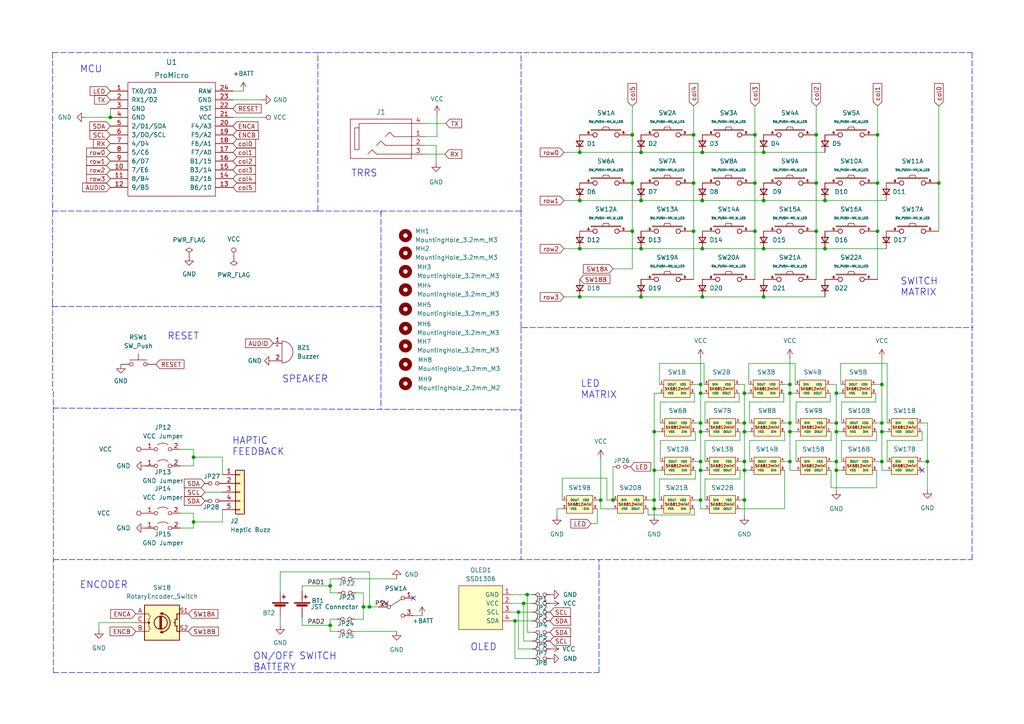
<source format=kicad_sch>
(kicad_sch (version 20211123) (generator eeschema)
  (paper "A4")
  (title_block (title "Klor Split Keyboard") (date "2022-06-21") (rev "1.3") (comment 1 "Schematic based on Sofle") (comment 2 "Author: GEIST"))
  (lib_symbols
    (symbol "Buzzard:ProMicro" (pin_names (offset 1.016))
      (property "Reference" "U" (at 0 19.05 0))
      (property "Value" "ProMicro" (at 0 -19.05 0))
      (symbol "ProMicro_1_1"
        (pin bidirectional line (at -17.78 13.97 0) (length 5.08) (name "TX0/D3") (number "1"))
        (pin bidirectional line (at -17.78 -8.89 0) (length 5.08) (name "7/E6") (number "10"))
        (pin bidirectional line (at -17.78 -11.43 0) (length 5.08) (name "8/B4") (number "11"))
        (pin bidirectional line (at -17.78 -13.97 0) (length 5.08) (name "9/B5") (number "12"))
        (pin bidirectional line (at 17.78 -13.97 180) (length 5.08) (name "B6/10") (number "13"))
        (pin bidirectional line (at 17.78 -11.43 180) (length 5.08) (name "B2/16") (number "14"))
        (pin bidirectional line (at 17.78 -8.89 180) (length 5.08) (name "B3/14") (number "15"))
        (pin bidirectional line (at 17.78 -6.35 180) (length 5.08) (name "B1/15") (number "16"))
        (pin bidirectional line (at 17.78 -3.81 180) (length 5.08) (name "F7/A0") (number "17"))
        (pin bidirectional line (at 17.78 -1.27 180) (length 5.08) (name "F6/A1") (number "18"))
        (pin bidirectional line (at 17.78 1.27 180) (length 5.08) (name "F5/A2") (number "19"))
        (pin bidirectional line (at -17.78 11.43 0) (length 5.08) (name "RX1/D2") (number "2"))
        (pin bidirectional line (at 17.78 3.81 180) (length 5.08) (name "F4/A3") (number "20"))
        (pin power_in line (at 17.78 6.35 180) (length 5.08) (name "VCC") (number "21"))
        (pin input line (at 17.78 8.89 180) (length 5.08) (name "RST") (number "22"))
        (pin power_in line (at 17.78 11.43 180) (length 5.08) (name "GND") (number "23"))
        (pin power_out line (at 17.78 13.97 180) (length 5.08) (name "RAW") (number "24"))
        (pin power_in line (at -17.78 8.89 0) (length 5.08) (name "GND") (number "3"))
        (pin power_in line (at -17.78 6.35 0) (length 5.08) (name "GND") (number "4"))
        (pin bidirectional line (at -17.78 3.81 0) (length 5.08) (name "2/D1/SDA") (number "5"))
        (pin bidirectional line (at -17.78 1.27 0) (length 5.08) (name "3/D0/SCL") (number "6"))
        (pin bidirectional line (at -17.78 -1.27 0) (length 5.08) (name "4/D4") (number "7"))
        (pin bidirectional line (at -17.78 -3.81 0) (length 5.08) (name "5/C6") (number "8"))
        (pin bidirectional line (at -17.78 -6.35 0) (length 5.08) (name "6/D7") (number "9"))
      )
    )
    (symbol "Connector_Generic:Conn_01x05" (pin_names (offset 1.016) hide)
      (property "Reference" "J" (at 0 7.62 0))
      (property "Value" "Conn_01x05" (at 0 -7.62 0))
      (symbol "Conn_01x05_1_1"
        (pin passive line (at -5.08 5.08 0) (length 3.81) (name "Pin_1") (number "1"))
        (pin passive line (at -5.08 2.54 0) (length 3.81) (name "Pin_2") (number "2"))
        (pin passive line (at -5.08 0 0) (length 3.81) (name "Pin_3") (number "3"))
        (pin passive line (at -5.08 -2.54 0) (length 3.81) (name "Pin_4") (number "4"))
        (pin passive line (at -5.08 -5.08 0) (length 3.81) (name "Pin_5") (number "5"))
      )
    )
    (symbol "Device:Battery_Cell" (pin_numbers hide) (pin_names (offset 0) hide)
      (property "Reference" "BT" (at 2.54 2.54 0))
      (property "Value" "Battery_Cell" (at 2.54 0 0))
      (symbol "Battery_Cell_1_1"
        (pin passive line (at 0 5.08 270) (length 2.54) (name "+") (number "1"))
        (pin passive line (at 0 -2.54 90) (length 2.54) (name "-") (number "2"))
      )
    )
    (symbol "Device:Buzzer" (pin_names (offset 0.0254) hide)
      (property "Reference" "BZ" (at 3.81 1.27 0))
      (property "Value" "Buzzer" (at 3.81 -1.27 0))
      (symbol "Buzzer_1_1"
        (pin passive line (at -2.54 2.54 0) (length 2.54) (name "-") (number "1"))
        (pin passive line (at -2.54 -2.54 0) (length 2.54) (name "+") (number "2"))
      )
    )
    (symbol "Device:D_Small" (pin_numbers hide) (pin_names (offset 0.254) hide)
      (property "Reference" "D" (at -1.27 2.032 0))
      (property "Value" "D_Small" (at -3.81 -2.032 0))
      (symbol "D_Small_1_1"
        (pin passive line (at -2.54 0 0) (length 1.778) (name "K") (number "1"))
        (pin passive line (at 2.54 0 180) (length 1.778) (name "A") (number "2"))
      )
    )
    (symbol "Device:RotaryEncoder_Switch" (pin_names (offset 0.254) hide)
      (property "Reference" "SW" (at 0 6.604 0))
      (property "Value" "RotaryEncoder_Switch" (at 0 -6.604 0))
      (symbol "RotaryEncoder_Switch_1_1"
        (pin passive line (at -7.62 2.54 0) (length 2.54) (name "A") (number "A"))
        (pin passive line (at -7.62 -2.54 0) (length 2.54) (name "B") (number "B"))
        (pin passive line (at -7.62 0 0) (length 2.54) (name "C") (number "C"))
        (pin passive line (at 7.62 2.54 180) (length 2.54) (name "S1") (number "S1"))
        (pin passive line (at 7.62 -2.54 180) (length 2.54) (name "S2") (number "S2"))
      )
    )
    (symbol "Jumper:Jumper_2_Open" (pin_names (offset 0) hide)
      (property "Reference" "JP" (at 0 2.794 0))
      (property "Value" "Jumper_2_Open" (at 0 -2.286 0))
      (symbol "Jumper_2_Open_1_1"
        (pin passive line (at -5.08 0 0) (length 2.54) (name "A") (number "1"))
        (pin passive line (at 5.08 0 180) (length 2.54) (name "B") (number "2"))
      )
    )
    (symbol "KLORlib:Device_Jumper_NO_Small" (pin_numbers hide) (pin_names (offset 0.762) hide)
      (property "Reference" "JP" (at 0 2.032 0))
      (property "Value" "Device_Jumper_NO_Small" (at 0.254 -1.524 0))
      (symbol "Device_Jumper_NO_Small_0_1"
        (pin passive line (at -2.54 0 0) (length 1.016) (name "1") (number "1"))
        (pin passive line (at 2.54 0 180) (length 1.016) (name "2") (number "2"))
      )
    )
    (symbol "KLORlib:MJ-4PP-9 TRRS" (pin_names (offset 1.016))
      (property "Reference" "J1" (at -1.27 7.112 0))
      (symbol "MJ-4PP-9 TRRS_1_1"
        (pin passive line (at 11.43 0 180) (length 3.81) (name "~") (number "1"))
        (pin passive line (at 11.43 -2.54 180) (length 3.81) (name "~") (number "2"))
        (pin passive line (at 11.43 -5.08 180) (length 3.81) (name "~") (number "3"))
        (pin passive line (at 11.43 3.81 180) (length 3.81) (name "~") (number "4"))
      )
    )
    (symbol "KLORlib:SW_PUSH-MX_W_LED" (pin_names (offset 1.016))
      (property "Reference" "SW?" (at 0 3.81 0))
      (property "Value" "SW_PUSH-MX_W_LED" (at 1.27 -3.81 0))
      (symbol "SW_PUSH-MX_W_LED_1_1"
        (pin passive inverted (at 7.62 0 180) (length 5.08) (name "~") (number "5"))
        (pin passive inverted (at -7.62 0 0) (length 5.08) (name "~") (number "6"))
      )
      (symbol "SW_PUSH-MX_W_LED_2_0"
        (text "SK6812mini" (at 0 0 0) (effects (font (size 0.7874 0.7874))))
      )
      (symbol "SW_PUSH-MX_W_LED_2_1"
        (pin output line (at -5.08 1.27 0) (length 1.27) (name "DOUT") (number "1"))
        (pin power_in line (at -5.08 -1.27 0) (length 1.27) (name "VSS") (number "2"))
        (pin input line (at 5.08 -1.27 180) (length 1.27) (name "DIN") (number "3"))
        (pin power_in line (at 5.08 1.27 180) (length 1.27) (name "VDD") (number "4"))
      )
    )
    (symbol "Mechanical:MountingHole" (pin_names (offset 1.016))
      (property "Reference" "H" (at 0 5.08 0))
      (property "Value" "MountingHole" (at 0 3.175 0))
    )
    (symbol "SSD1306-128x64_OLED:SSD1306" (pin_names (offset 1.016))
      (property "Reference" "Brd" (at 0 -3.81 0))
      (property "Value" "SSD1306" (at 0 -1.27 0))
      (symbol "SSD1306_1_1"
        (pin input line (at -3.81 8.89 270) (length 2.54) (name "GND") (number "1"))
        (pin input line (at -1.27 8.89 270) (length 2.54) (name "VCC") (number "2"))
        (pin input line (at 1.27 8.89 270) (length 2.54) (name "SCL") (number "3"))
        (pin input line (at 3.81 8.89 270) (length 2.54) (name "SDA") (number "4"))
      )
    )
    (symbol "SofleKeyboard-cache:power_VCC" (power) (pin_names (offset 0))
      (property "Value" "power_VCC" (at 0 3.81 0))
      (symbol "power_VCC_1_1"
        (pin power_in line (at 0 0 90) (length 0) hide (name "VCC") (number "1"))
      )
    )
    (symbol "Switch:SW_DPDT_x2" (pin_names (offset 0) hide)
      (property "Reference" "SW" (at 0 4.318 0))
      (property "Value" "SW_DPDT_x2" (at 0 -5.08 0))
      (symbol "SW_DPDT_x2_1_1"
        (pin passive line (at 5.08 2.54 180) (length 2.54) (name "A") (number "1"))
        (pin passive line (at -5.08 0 0) (length 2.54) (name "B") (number "2"))
        (pin passive line (at 5.08 -2.54 180) (length 2.54) (name "C") (number "3"))
      )
      (symbol "SW_DPDT_x2_2_1"
        (pin passive line (at 5.08 2.54 180) (length 2.54) (name "A") (number "4"))
        (pin passive line (at -5.08 0 0) (length 2.54) (name "B") (number "5"))
        (pin passive line (at 5.08 -2.54 180) (length 2.54) (name "C") (number "6"))
      )
    )
    (symbol "Switch:SW_Push" (pin_numbers hide) (pin_names (offset 1.016) hide)
      (property "Reference" "SW" (at 1.27 2.54 0))
      (property "Value" "SW_Push" (at 0 -1.524 0))
      (symbol "SW_Push_0_1"
        (pin passive line (at -5.08 0 0) (length 2.54) (name "1") (number "1"))
        (pin passive line (at 5.08 0 180) (length 2.54) (name "2") (number "2"))
      )
    )
    (symbol "power:+BATT" (power) (pin_names (offset 0))
      (property "Value" "+BATT" (at 0 3.556 0))
      (symbol "+BATT_1_1"
        (pin power_in line (at 0 0 90) (length 0) hide (name "+BATT") (number "1"))
      )
    )
    (symbol "power:GND" (power) (pin_names (offset 0))
      (property "Value" "GND" (at 0 -3.81 0))
      (symbol "GND_1_1"
        (pin power_in line (at 0 0 270) (length 0) hide (name "GND") (number "1"))
      )
    )
    (symbol "power:PWR_FLAG" (power) (pin_numbers hide) (pin_names (offset 0) hide)
      (property "Value" "PWR_FLAG" (at 0 3.81 0))
      (symbol "PWR_FLAG_0_0"
        (pin power_out line (at 0 0 90) (length 0) (name "pwr") (number "1"))
      )
    )
    (symbol "power:VCC" (power) (pin_names (offset 0))
      (property "Value" "VCC" (at 0 3.81 0))
      (symbol "VCC_1_1"
        (pin power_in line (at 0 0 90) (length 0) hide (name "VCC") (number "1"))
      )
    )
  )
  (junction (at 185.928 86.106))
  (junction (at 174.244 145.034))
  (junction (at 189.738 147.574))
  (junction (at 203.2 125.222))
  (junction (at 152.908 172.466))
  (junction (at 272.288 53.086))
  (junction (at 56.134 132.588))
  (junction (at 221.488 86.106))
  (junction (at 32.004 34.036))
  (junction (at 215.9 122.682))
  (junction (at 189.738 145.034))
  (junction (at 203.2 122.682))
  (junction (at 255.778 133.858))
  (junction (at 203.708 44.196))
  (junction (at 95.758 181.356))
  (junction (at 218.948 67.056))
  (junction (at 185.928 72.136))
  (junction (at 183.388 67.056))
  (junction (at 201.168 67.056))
  (junction (at 203.708 86.106))
  (junction (at 203.2 133.858))
  (junction (at 56.134 151.384))
  (junction (at 201.168 39.116))
  (junction (at 239.268 72.136))
  (junction (at 168.148 86.106))
  (junction (at 203.2 111.506))
  (junction (at 215.9 125.222))
  (junction (at 185.928 58.166))
  (junction (at 215.9 136.398))
  (junction (at 229.108 114.046))
  (junction (at 255.778 111.506))
  (junction (at 203.708 72.136))
  (junction (at 221.488 58.166))
  (junction (at 183.388 39.116))
  (junction (at 254.508 53.086))
  (junction (at 107.188 176.022))
  (junction (at 95.758 169.926))
  (junction (at 168.148 72.136))
  (junction (at 268.986 133.858))
  (junction (at 185.928 44.196))
  (junction (at 201.168 53.086))
  (junction (at 229.108 133.858))
  (junction (at 242.57 114.046))
  (junction (at 203.708 58.166))
  (junction (at 236.728 53.086))
  (junction (at 177.8 145.034))
  (junction (at 151.892 175.006))
  (junction (at 242.57 136.398))
  (junction (at 254.508 67.056))
  (junction (at 255.778 125.222))
  (junction (at 189.738 136.398))
  (junction (at 149.352 180.086))
  (junction (at 221.488 44.196))
  (junction (at 168.148 44.196))
  (junction (at 189.738 125.222))
  (junction (at 254.508 39.116))
  (junction (at 183.388 53.086))
  (junction (at 168.148 58.166))
  (junction (at 218.948 39.116))
  (junction (at 203.2 114.046))
  (junction (at 236.728 67.056))
  (junction (at 229.108 111.506))
  (junction (at 150.368 177.546))
  (junction (at 221.488 72.136))
  (junction (at 203.2 145.034))
  (junction (at 239.268 58.166))
  (junction (at 105.41 176.022))
  (junction (at 242.57 133.858))
  (junction (at 215.9 133.858))
  (junction (at 229.108 125.222))
  (junction (at 215.9 114.046))
  (junction (at 242.57 122.682))
  (junction (at 242.57 125.222))
  (junction (at 215.9 145.034))
  (junction (at 229.108 122.682))
  (junction (at 255.778 122.682))
  (junction (at 236.728 39.116))
  (junction (at 218.948 53.086))
  (junction (at 203.2 136.398))
  (no_connect (at 119.888 173.482))
  (no_connect (at 267.462 136.398))
  (wire (pts (xy 241.046 133.858) (xy 242.57 133.858)))
  (polyline (pts (xy 151.13 61.214) (xy 151.13 94.996)))
  (wire (pts (xy 255.778 125.222) (xy 257.302 125.222)))
  (wire (pts (xy 105.41 176.022) (xy 105.41 179.578)))
  (wire (pts (xy 229.108 122.682) (xy 229.108 114.046)))
  (wire (pts (xy 214.376 114.046) (xy 214.376 116.586)))
  (wire (pts (xy 201.168 67.056) (xy 201.168 81.026)))
  (wire (pts (xy 215.9 125.222) (xy 217.424 125.222)))
  (wire (pts (xy 176.022 145.034) (xy 177.8 145.034)))
  (wire (pts (xy 151.892 185.928) (xy 154.432 185.928)))
  (wire (pts (xy 203.2 122.682) (xy 203.2 114.046)))
  (wire (pts (xy 214.63 122.682) (xy 215.9 122.682)))
  (wire (pts (xy 39.37 180.594) (xy 28.702 180.594)))
  (wire (pts (xy 185.928 86.106) (xy 203.708 86.106)))
  (polyline (pts (xy 92.202 61.214) (xy 151.13 61.214)))
  (wire (pts (xy 189.738 114.046) (xy 189.738 125.222)))
  (wire (pts (xy 183.388 77.978) (xy 183.388 67.056)))
  (wire (pts (xy 242.57 114.046) (xy 242.57 122.682)))
  (wire (pts (xy 176.022 138.684) (xy 176.022 145.034)))
  (wire (pts (xy 203.2 147.574) (xy 204.47 147.574)))
  (wire (pts (xy 56.134 130.302) (xy 52.324 130.302)))
  (wire (pts (xy 255.778 111.506) (xy 254 111.506)))
  (wire (pts (xy 242.57 133.858) (xy 242.57 136.398)))
  (wire (pts (xy 161.544 147.574) (xy 163.068 147.574)))
  (wire (pts (xy 189.738 136.398) (xy 189.738 145.034)))
  (wire (pts (xy 191.262 145.034) (xy 191.262 138.938)))
  (wire (pts (xy 203.2 103.886) (xy 203.2 111.506)))
  (wire (pts (xy 163.576 72.136) (xy 168.148 72.136)))
  (wire (pts (xy 242.57 111.506) (xy 242.57 114.046)))
  (wire (pts (xy 203.708 72.136) (xy 221.488 72.136)))
  (wire (pts (xy 217.424 122.682) (xy 217.424 116.586)))
  (wire (pts (xy 163.576 86.106) (xy 168.148 86.106)))
  (wire (pts (xy 67.564 28.956) (xy 75.946 28.956)))
  (wire (pts (xy 214.63 125.222) (xy 214.63 127.762)))
  (wire (pts (xy 187.96 149.352) (xy 201.422 149.352)))
  (wire (pts (xy 64.516 147.828) (xy 64.516 151.384)))
  (wire (pts (xy 214.63 133.858) (xy 215.9 133.858)))
  (wire (pts (xy 185.928 58.166) (xy 203.708 58.166)))
  (wire (pts (xy 254.508 30.734) (xy 254.508 39.116)))
  (polyline (pts (xy 92.456 15.24) (xy 193.548 15.24)))
  (wire (pts (xy 203.2 125.222) (xy 203.2 122.682)))
  (wire (pts (xy 201.422 149.352) (xy 201.422 147.574)))
  (wire (pts (xy 177.8 77.978) (xy 183.388 77.978)))
  (wire (pts (xy 189.738 125.222) (xy 191.516 125.222)))
  (polyline (pts (xy 15.24 15.24) (xy 92.202 15.24)))
  (polyline (pts (xy 193.548 15.24) (xy 281.94 15.24)))
  (polyline (pts (xy 173.736 195.072) (xy 173.736 162.306)))
  (wire (pts (xy 267.462 122.682) (xy 268.986 122.682)))
  (wire (pts (xy 171.45 151.892) (xy 173.228 151.892)))
  (wire (pts (xy 217.424 127.762) (xy 227.584 127.762)))
  (wire (pts (xy 149.352 191.008) (xy 154.432 191.008)))
  (wire (pts (xy 229.108 103.886) (xy 229.108 111.506)))
  (wire (pts (xy 227.584 127.762) (xy 227.584 125.222)))
  (wire (pts (xy 168.148 58.166) (xy 185.928 58.166)))
  (wire (pts (xy 255.778 122.682) (xy 255.778 125.222)))
  (wire (pts (xy 203.708 58.166) (xy 221.488 58.166)))
  (wire (pts (xy 214.63 138.938) (xy 204.47 138.938)))
  (wire (pts (xy 126.746 33.274) (xy 126.746 39.624)))
  (polyline (pts (xy 15.24 15.24) (xy 15.24 61.214)))
  (wire (pts (xy 191.262 138.938) (xy 201.676 138.938)))
  (wire (pts (xy 161.544 149.606) (xy 161.544 147.574)))
  (wire (pts (xy 239.268 58.166) (xy 257.048 58.166)))
  (wire (pts (xy 255.778 103.886) (xy 255.778 111.506)))
  (wire (pts (xy 257.302 127.762) (xy 257.302 133.858)))
  (wire (pts (xy 103.124 171.958) (xy 105.41 171.958)))
  (wire (pts (xy 254.254 136.398) (xy 254.254 141.478)))
  (wire (pts (xy 268.986 133.858) (xy 268.986 141.986)))
  (wire (pts (xy 56.134 153.162) (xy 56.134 151.384)))
  (wire (pts (xy 189.738 125.222) (xy 189.738 136.398)))
  (wire (pts (xy 191.516 116.586) (xy 201.422 116.586)))
  (wire (pts (xy 123.19 44.704) (xy 129.032 44.704)))
  (wire (pts (xy 229.108 114.046) (xy 230.632 114.046)))
  (polyline (pts (xy 15.24 88.9) (xy 110.49 88.9)))
  (wire (pts (xy 230.886 127.762) (xy 230.886 133.858)))
  (wire (pts (xy 56.134 135.128) (xy 56.134 132.588)))
  (wire (pts (xy 148.336 177.546) (xy 150.368 177.546)))
  (wire (pts (xy 272.288 53.086) (xy 272.288 67.056)))
  (wire (pts (xy 163.068 138.684) (xy 176.022 138.684)))
  (wire (pts (xy 203.708 86.106) (xy 221.488 86.106)))
  (wire (pts (xy 268.986 122.682) (xy 268.986 133.858)))
  (wire (pts (xy 168.148 72.136) (xy 185.928 72.136)))
  (wire (pts (xy 203.2 114.046) (xy 204.216 114.046)))
  (wire (pts (xy 95.758 171.958) (xy 98.044 171.958)))
  (wire (pts (xy 255.778 125.222) (xy 255.778 133.858)))
  (wire (pts (xy 204.216 105.41) (xy 204.216 111.506)))
  (wire (pts (xy 230.886 116.586) (xy 230.886 122.682)))
  (wire (pts (xy 267.462 127.762) (xy 257.302 127.762)))
  (wire (pts (xy 105.41 176.022) (xy 107.188 176.022)))
  (wire (pts (xy 229.108 133.858) (xy 229.108 125.222)))
  (wire (pts (xy 187.96 145.034) (xy 189.738 145.034)))
  (wire (pts (xy 149.352 180.086) (xy 149.352 191.008)))
  (wire (pts (xy 81.28 171.45) (xy 81.28 165.862)))
  (wire (pts (xy 221.488 58.166) (xy 239.268 58.166)))
  (wire (pts (xy 203.2 125.222) (xy 204.47 125.222)))
  (wire (pts (xy 236.728 30.734) (xy 236.728 39.116)))
  (wire (pts (xy 201.422 145.034) (xy 203.2 145.034)))
  (wire (pts (xy 173.228 151.892) (xy 173.228 147.574)))
  (wire (pts (xy 148.336 180.086) (xy 149.352 180.086)))
  (wire (pts (xy 243.84 105.41) (xy 257.302 105.41)))
  (wire (pts (xy 150.368 177.546) (xy 150.368 188.214)))
  (wire (pts (xy 189.738 149.606) (xy 189.738 147.574)))
  (wire (pts (xy 189.738 136.398) (xy 191.516 136.398)))
  (wire (pts (xy 126.492 42.164) (xy 123.19 42.164)))
  (wire (pts (xy 52.324 148.844) (xy 56.134 148.844)))
  (polyline (pts (xy 15.494 195.072) (xy 92.202 195.072)))
  (wire (pts (xy 217.17 111.506) (xy 217.17 105.41)))
  (wire (pts (xy 56.134 151.384) (xy 64.516 151.384)))
  (wire (pts (xy 243.84 111.506) (xy 243.84 105.41)))
  (polyline (pts (xy 151.384 94.996) (xy 282.194 94.996)))
  (wire (pts (xy 191.262 105.41) (xy 204.216 105.41)))
  (wire (pts (xy 183.388 53.086) (xy 183.388 67.056)))
  (wire (pts (xy 241.046 125.222) (xy 241.046 127.762)))
  (polyline (pts (xy 15.494 162.56) (xy 15.494 162.814)))
  (polyline (pts (xy 15.24 87.63) (xy 15.24 113.284)))
  (wire (pts (xy 203.2 133.858) (xy 203.2 136.398)))
  (wire (pts (xy 173.228 145.034) (xy 174.244 145.034)))
  (wire (pts (xy 191.516 127.762) (xy 201.676 127.762)))
  (wire (pts (xy 203.708 44.196) (xy 221.488 44.196)))
  (wire (pts (xy 257.302 105.41) (xy 257.302 122.682)))
  (wire (pts (xy 215.9 136.398) (xy 217.424 136.398)))
  (wire (pts (xy 215.9 114.046) (xy 215.9 122.682)))
  (wire (pts (xy 64.516 137.668) (xy 64.516 132.588)))
  (wire (pts (xy 217.17 105.41) (xy 230.632 105.41)))
  (wire (pts (xy 189.738 147.574) (xy 191.262 147.574)))
  (wire (pts (xy 227.584 122.682) (xy 229.108 122.682)))
  (wire (pts (xy 214.376 116.586) (xy 204.47 116.586)))
  (wire (pts (xy 254.254 127.762) (xy 254.254 125.222)))
  (wire (pts (xy 215.9 133.858) (xy 215.9 136.398)))
  (wire (pts (xy 241.046 141.478) (xy 254.254 141.478)))
  (wire (pts (xy 255.778 136.398) (xy 257.302 136.398)))
  (wire (pts (xy 236.728 67.056) (xy 236.728 81.026)))
  (wire (pts (xy 254 116.586) (xy 254 114.046)))
  (wire (pts (xy 242.57 122.682) (xy 242.57 125.222)))
  (wire (pts (xy 215.9 125.222) (xy 215.9 133.858)))
  (wire (pts (xy 24.892 34.036) (xy 32.004 34.036)))
  (wire (pts (xy 97.79 183.134) (xy 95.758 183.134)))
  (wire (pts (xy 150.368 188.214) (xy 154.432 188.214)))
  (wire (pts (xy 268.986 133.858) (xy 267.462 133.858)))
  (wire (pts (xy 203.2 114.046) (xy 203.2 111.506)))
  (wire (pts (xy 240.792 116.586) (xy 230.886 116.586)))
  (polyline (pts (xy 15.494 162.306) (xy 281.94 162.306)))
  (wire (pts (xy 174.244 133.096) (xy 174.244 145.034)))
  (wire (pts (xy 215.9 136.398) (xy 215.9 145.034)))
  (wire (pts (xy 229.108 125.222) (xy 229.108 122.682)))
  (wire (pts (xy 191.516 133.858) (xy 191.516 127.762)))
  (wire (pts (xy 123.19 35.814) (xy 129.286 35.814)))
  (wire (pts (xy 187.96 147.574) (xy 187.96 149.352)))
  (wire (pts (xy 163.576 58.166) (xy 168.148 58.166)))
  (wire (pts (xy 215.9 111.506) (xy 215.9 114.046)))
  (wire (pts (xy 244.094 127.762) (xy 254.254 127.762)))
  (wire (pts (xy 95.758 183.134) (xy 95.758 181.356)))
  (wire (pts (xy 151.892 175.006) (xy 151.892 185.928)))
  (wire (pts (xy 254.508 53.086) (xy 254.508 67.056)))
  (polyline (pts (xy 110.49 61.214) (xy 110.49 61.976)))
  (wire (pts (xy 64.516 132.588) (xy 56.134 132.588)))
  (wire (pts (xy 221.488 44.196) (xy 239.268 44.196)))
  (polyline (pts (xy 281.94 77.978) (xy 281.94 78.232)))
  (wire (pts (xy 203.2 136.398) (xy 203.2 145.034)))
  (wire (pts (xy 95.758 167.894) (xy 95.758 169.926)))
  (wire (pts (xy 218.948 30.734) (xy 218.948 39.116)))
  (wire (pts (xy 185.928 72.136) (xy 203.708 72.136)))
  (wire (pts (xy 126.492 47.244) (xy 126.492 42.164)))
  (wire (pts (xy 148.336 172.466) (xy 152.908 172.466)))
  (wire (pts (xy 214.63 136.398) (xy 214.63 138.938)))
  (wire (pts (xy 56.134 132.588) (xy 56.134 130.302)))
  (wire (pts (xy 203.2 133.858) (xy 203.2 125.222)))
  (wire (pts (xy 229.108 111.506) (xy 227.33 111.506)))
  (wire (pts (xy 123.19 39.624) (xy 126.746 39.624)))
  (wire (pts (xy 105.41 171.958) (xy 105.41 176.022)))
  (wire (pts (xy 149.352 180.086) (xy 154.432 180.086)))
  (wire (pts (xy 221.488 86.106) (xy 239.268 86.106)))
  (wire (pts (xy 201.422 116.586) (xy 201.422 114.046)))
  (wire (pts (xy 254.254 122.682) (xy 255.778 122.682)))
  (wire (pts (xy 52.324 153.162) (xy 56.134 153.162)))
  (wire (pts (xy 229.108 133.858) (xy 229.108 136.398)))
  (wire (pts (xy 87.63 181.356) (xy 95.758 181.356)))
  (wire (pts (xy 255.778 111.506) (xy 255.778 122.682)))
  (wire (pts (xy 102.87 179.578) (xy 105.41 179.578)))
  (wire (pts (xy 218.948 67.056) (xy 218.948 81.026)))
  (wire (pts (xy 201.168 53.086) (xy 201.168 67.056)))
  (wire (pts (xy 203.2 136.398) (xy 204.47 136.398)))
  (wire (pts (xy 168.148 86.106) (xy 185.928 86.106)))
  (wire (pts (xy 242.57 125.222) (xy 244.094 125.222)))
  (wire (pts (xy 201.168 30.734) (xy 201.168 39.116)))
  (wire (pts (xy 152.908 183.388) (xy 152.908 172.466)))
  (wire (pts (xy 267.462 125.222) (xy 267.462 127.762)))
  (wire (pts (xy 183.388 39.116) (xy 183.388 53.086)))
  (polyline (pts (xy 281.94 162.306) (xy 281.94 79.756)))
  (wire (pts (xy 227.33 116.586) (xy 227.33 114.046)))
  (wire (pts (xy 174.244 145.034) (xy 174.244 147.574)))
  (wire (pts (xy 98.044 167.894) (xy 95.758 167.894)))
  (wire (pts (xy 242.57 136.398) (xy 244.094 136.398)))
  (wire (pts (xy 218.948 39.116) (xy 218.948 53.086)))
  (polyline (pts (xy 110.49 61.214) (xy 110.49 118.618)))
  (wire (pts (xy 244.094 122.682) (xy 244.094 116.586)))
  (wire (pts (xy 254.508 39.116) (xy 254.508 53.086)))
  (wire (pts (xy 174.244 147.574) (xy 177.8 147.574)))
  (wire (pts (xy 150.368 177.546) (xy 154.432 177.546)))
  (wire (pts (xy 201.676 127.762) (xy 201.676 125.222)))
  (wire (pts (xy 230.632 105.41) (xy 230.632 111.506)))
  (wire (pts (xy 244.094 116.586) (xy 254 116.586)))
  (wire (pts (xy 229.108 136.398) (xy 230.886 136.398)))
  (wire (pts (xy 119.888 178.562) (xy 122.428 178.562)))
  (wire (pts (xy 95.758 179.578) (xy 97.79 179.578)))
  (wire (pts (xy 204.47 127.762) (xy 204.47 133.858)))
  (wire (pts (xy 201.168 39.116) (xy 201.168 53.086)))
  (wire (pts (xy 221.488 72.136) (xy 239.268 72.136)))
  (wire (pts (xy 241.046 122.682) (xy 242.57 122.682)))
  (wire (pts (xy 214.63 145.034) (xy 215.9 145.034)))
  (wire (pts (xy 229.108 114.046) (xy 229.108 111.506)))
  (wire (pts (xy 203.2 145.034) (xy 203.2 147.574)))
  (wire (pts (xy 185.928 44.196) (xy 203.708 44.196)))
  (wire (pts (xy 236.728 39.116) (xy 236.728 53.086)))
  (wire (pts (xy 215.9 145.034) (xy 215.9 149.606)))
  (wire (pts (xy 215.9 122.682) (xy 215.9 125.222)))
  (wire (pts (xy 102.87 183.134) (xy 115.062 183.134)))
  (wire (pts (xy 191.262 111.506) (xy 191.262 105.41)))
  (wire (pts (xy 255.778 136.398) (xy 255.778 133.858)))
  (wire (pts (xy 95.758 169.926) (xy 95.758 171.958)))
  (wire (pts (xy 236.728 53.086) (xy 236.728 67.056)))
  (wire (pts (xy 148.336 175.006) (xy 151.892 175.006)))
  (wire (pts (xy 218.948 53.086) (xy 218.948 67.056)))
  (wire (pts (xy 177.8 135.382) (xy 177.8 145.034)))
  (wire (pts (xy 227.584 147.574) (xy 227.584 136.398)))
  (wire (pts (xy 217.424 133.858) (xy 217.424 127.762)))
  (wire (pts (xy 215.9 114.046) (xy 217.17 114.046)))
  (wire (pts (xy 241.046 127.762) (xy 230.886 127.762)))
  (wire (pts (xy 214.376 111.506) (xy 215.9 111.506)))
  (wire (pts (xy 189.738 145.034) (xy 189.738 147.574)))
  (wire (pts (xy 214.63 147.574) (xy 227.584 147.574)))
  (wire (pts (xy 56.134 148.844) (xy 56.134 151.384)))
  (wire (pts (xy 239.268 72.136) (xy 257.048 72.136)))
  (polyline (pts (xy 151.13 61.214) (xy 151.13 15.24)))
  (wire (pts (xy 201.676 138.938) (xy 201.676 136.398)))
  (wire (pts (xy 59.436 142.748) (xy 64.516 142.748)))
  (wire (pts (xy 168.148 44.196) (xy 185.928 44.196)))
  (wire (pts (xy 229.108 125.222) (xy 230.886 125.222)))
  (wire (pts (xy 151.892 175.006) (xy 154.432 175.006)))
  (polyline (pts (xy 151.13 94.996) (xy 151.13 162.306)))
  (wire (pts (xy 254.508 67.056) (xy 254.508 81.026)))
  (polyline (pts (xy 15.494 118.364) (xy 151.13 118.872)))
  (polyline (pts (xy 15.494 113.538) (xy 15.494 195.072)))
  (wire (pts (xy 87.63 169.926) (xy 95.758 169.926)))
  (wire (pts (xy 242.57 136.398) (xy 242.57 142.24)))
  (wire (pts (xy 107.188 176.022) (xy 109.728 176.022)))
  (wire (pts (xy 254.254 133.858) (xy 255.778 133.858)))
  (wire (pts (xy 227.584 133.858) (xy 229.108 133.858)))
  (wire (pts (xy 163.576 44.196) (xy 168.148 44.196)))
  (polyline (pts (xy 281.94 15.24) (xy 281.94 79.756)))
  (wire (pts (xy 52.324 135.128) (xy 56.134 135.128)))
  (wire (pts (xy 103.124 167.894) (xy 115.062 167.894)))
  (wire (pts (xy 152.908 183.388) (xy 154.432 183.388)))
  (wire (pts (xy 87.63 171.45) (xy 87.63 169.926)))
  (wire (pts (xy 214.63 127.762) (xy 204.47 127.762)))
  (wire (pts (xy 28.702 180.594) (xy 28.702 182.626)))
  (wire (pts (xy 87.63 179.07) (xy 87.63 181.356)))
  (wire (pts (xy 81.28 179.07) (xy 81.28 181.356)))
  (wire (pts (xy 240.792 111.506) (xy 242.57 111.506)))
  (wire (pts (xy 217.424 116.586) (xy 227.33 116.586)))
  (wire (pts (xy 272.288 30.734) (xy 272.288 53.086)))
  (wire (pts (xy 242.57 114.046) (xy 243.84 114.046)))
  (wire (pts (xy 163.068 145.034) (xy 163.068 138.684)))
  (wire (pts (xy 67.564 34.036) (xy 75.946 34.036)))
  (wire (pts (xy 183.388 30.734) (xy 183.388 39.116)))
  (wire (pts (xy 204.47 138.938) (xy 204.47 145.034)))
  (wire (pts (xy 241.046 136.398) (xy 241.046 141.478)))
  (wire (pts (xy 191.516 122.682) (xy 191.516 116.586)))
  (wire (pts (xy 107.188 165.862) (xy 107.188 176.022)))
  (wire (pts (xy 95.758 181.356) (xy 95.758 179.578)))
  (wire (pts (xy 81.28 165.862) (xy 107.188 165.862)))
  (wire (pts (xy 240.792 114.046) (xy 240.792 116.586)))
  (wire (pts (xy 191.262 114.046) (xy 189.738 114.046)))
  (wire (pts (xy 203.2 111.506) (xy 201.422 111.506)))
  (wire (pts (xy 32.004 31.496) (xy 32.004 34.036)))
  (polyline (pts (xy 15.24 61.214) (xy 92.202 61.214)))
  (wire (pts (xy 201.676 122.682) (xy 203.2 122.682)))
  (wire (pts (xy 242.57 125.222) (xy 242.57 133.858)))
  (wire (pts (xy 204.47 116.586) (xy 204.47 122.682)))
  (wire (pts (xy 244.094 133.858) (xy 244.094 127.762)))
  (wire (pts (xy 201.676 133.858) (xy 203.2 133.858)))
  (wire (pts (xy 67.564 26.416) (xy 70.612 26.416)))
  (wire (pts (xy 152.908 172.466) (xy 154.432 172.466)))
  (polyline (pts (xy 92.202 61.214) (xy 92.202 15.24)))
  (polyline (pts (xy 92.202 195.072) (xy 173.736 195.072)))
  (polyline (pts (xy 15.24 61.214) (xy 15.24 87.63)))
  (text "SWITCH\nMATRIX" (at 261.112 86.106 0) (effects (font (size 2 2)) (justify left bottom)))
  (text "MCU" (at 23.114 21.336 0) (effects (font (size 2 2)) (justify left bottom)))
  (text "ON/OFF SWITCH\nBATTERY" (at 73.406 194.818 0) (effects (font (size 2 2)) (justify left bottom)))
  (text "HAPTIC\nFEEDBACK" (at 67.31 132.334 0) (effects (font (size 2 2)) (justify left bottom)))
  (text "ENCODER" (at 23.114 170.942 0) (effects (font (size 2 2)) (justify left bottom)))
  (text "OLED" (at 136.398 188.976 0) (effects (font (size 2 2)) (justify left bottom)))
  (text "LED\nMATRIX" (at 168.402 115.824 0) (effects (font (size 2 2)) (justify left bottom)))
  (text "TRRS" (at 101.854 51.562 0) (effects (font (size 2 2)) (justify left bottom)))
  (text "RESET" (at 48.514 98.806 0) (effects (font (size 2 2)) (justify left bottom)))
  (text "SPEAKER" (at 81.788 111.252 0) (effects (font (size 2 2)) (justify left bottom)))
  (label "PAD2" (at 89.154 181.356 0))
  (label "PSW" (at 108.712 176.022 0))
  (label "PAD1" (at 89.154 169.926 0))
  (global_label "TX" (shape input) (at 129.286 35.814 0) (property "Intersheet References" "${INTERSHEET_REFS}" (effects hide)))
  (global_label "RX" (shape input) (at 129.032 44.704 0) (property "Intersheet References" "${INTERSHEET_REFS}" (effects hide)))
  (global_label "SDA" (shape input) (at 32.004 36.576 180) (property "Intersheet References" "${INTERSHEET_REFS}" (effects hide)))
  (global_label "col0" (shape input) (at 272.288 30.734 90) (property "Intersheet References" "${INTERSHEET_REFS}" (effects hide)))
  (global_label "row2" (shape input) (at 163.576 72.136 180) (property "Intersheet References" "${INTERSHEET_REFS}" (effects hide)))
  (global_label "TX" (shape input) (at 32.004 28.956 180) (property "Intersheet References" "${INTERSHEET_REFS}" (effects hide)))
  (global_label "row3" (shape input) (at 163.576 86.106 180) (property "Intersheet References" "${INTERSHEET_REFS}" (effects hide)))
  (global_label "SW18B" (shape input) (at 168.148 81.026 0) (property "Intersheet References" "${INTERSHEET_REFS}" (effects hide)))
  (global_label "LED" (shape input) (at 182.88 135.382 0) (property "Intersheet References" "${INTERSHEET_REFS}" (effects hide)))
  (global_label "col5" (shape input) (at 67.564 54.356 0) (property "Intersheet References" "${INTERSHEET_REFS}" (effects hide)))
  (global_label "SDA" (shape input) (at 159.512 180.086 0) (property "Intersheet References" "${INTERSHEET_REFS}" (effects hide)))
  (global_label "ENCA" (shape input) (at 39.37 178.054 180) (property "Intersheet References" "${INTERSHEET_REFS}" (effects hide)))
  (global_label "col4" (shape input) (at 67.564 51.816 0) (property "Intersheet References" "${INTERSHEET_REFS}" (effects hide)))
  (global_label "col0" (shape input) (at 67.564 41.656 0) (property "Intersheet References" "${INTERSHEET_REFS}" (effects hide)))
  (global_label "SCL" (shape input) (at 32.004 39.116 180) (property "Intersheet References" "${INTERSHEET_REFS}" (effects hide)))
  (global_label "RESET" (shape input) (at 45.212 105.664 0) (property "Intersheet References" "${INTERSHEET_REFS}" (effects hide)))
  (global_label "col1" (shape input) (at 254.508 30.734 90) (property "Intersheet References" "${INTERSHEET_REFS}" (effects hide)))
  (global_label "col2" (shape input) (at 236.728 30.734 90) (property "Intersheet References" "${INTERSHEET_REFS}" (effects hide)))
  (global_label "row3" (shape input) (at 32.004 51.816 180) (property "Intersheet References" "${INTERSHEET_REFS}" (effects hide)))
  (global_label "row2" (shape input) (at 32.004 49.276 180) (property "Intersheet References" "${INTERSHEET_REFS}" (effects hide)))
  (global_label "row0" (shape input) (at 163.576 44.196 180) (property "Intersheet References" "${INTERSHEET_REFS}" (effects hide)))
  (global_label "col4" (shape input) (at 201.168 30.734 90) (property "Intersheet References" "${INTERSHEET_REFS}" (effects hide)))
  (global_label "row0" (shape input) (at 32.004 44.196 180) (property "Intersheet References" "${INTERSHEET_REFS}" (effects hide)))
  (global_label "SCL" (shape input) (at 159.512 177.546 0) (property "Intersheet References" "${INTERSHEET_REFS}" (effects hide)))
  (global_label "SDA" (shape input) (at 59.436 140.208 180) (property "Intersheet References" "${INTERSHEET_REFS}" (effects hide)))
  (global_label "AUDIO" (shape input) (at 32.004 54.356 180) (property "Intersheet References" "${INTERSHEET_REFS}" (effects hide)))
  (global_label "col3" (shape input) (at 218.948 30.734 90) (property "Intersheet References" "${INTERSHEET_REFS}" (effects hide)))
  (global_label "ENCB" (shape input) (at 67.564 39.116 0) (property "Intersheet References" "${INTERSHEET_REFS}" (effects hide)))
  (global_label "SCL" (shape input) (at 159.512 185.928 0) (property "Intersheet References" "${INTERSHEET_REFS}" (effects hide)))
  (global_label "SDA" (shape input) (at 159.512 183.388 0) (property "Intersheet References" "${INTERSHEET_REFS}" (effects hide)))
  (global_label "col5" (shape input) (at 183.388 30.734 90) (property "Intersheet References" "${INTERSHEET_REFS}" (effects hide)))
  (global_label "RESET" (shape input) (at 67.564 31.496 0) (property "Intersheet References" "${INTERSHEET_REFS}" (effects hide)))
  (global_label "LED" (shape input) (at 171.45 151.892 180) (property "Intersheet References" "${INTERSHEET_REFS}" (effects hide)))
  (global_label "SW18A" (shape input) (at 54.61 178.054 0) (property "Intersheet References" "${INTERSHEET_REFS}" (effects hide)))
  (global_label "SDA" (shape input) (at 59.436 145.288 180) (property "Intersheet References" "${INTERSHEET_REFS}" (effects hide)))
  (global_label "row1" (shape input) (at 163.576 58.166 180) (property "Intersheet References" "${INTERSHEET_REFS}" (effects hide)))
  (global_label "ENCB" (shape input) (at 39.37 183.134 180) (property "Intersheet References" "${INTERSHEET_REFS}" (effects hide)))
  (global_label "col2" (shape input) (at 67.564 46.736 0) (property "Intersheet References" "${INTERSHEET_REFS}" (effects hide)))
  (global_label "SW18A" (shape input) (at 177.8 77.978 180) (property "Intersheet References" "${INTERSHEET_REFS}" (effects hide)))
  (global_label "SW18B" (shape input) (at 54.61 183.134 0) (property "Intersheet References" "${INTERSHEET_REFS}" (effects hide)))
  (global_label "ENCA" (shape input) (at 67.564 36.576 0) (property "Intersheet References" "${INTERSHEET_REFS}" (effects hide)))
  (global_label "col3" (shape input) (at 67.564 49.276 0) (property "Intersheet References" "${INTERSHEET_REFS}" (effects hide)))
  (global_label "row1" (shape input) (at 32.004 46.736 180) (property "Intersheet References" "${INTERSHEET_REFS}" (effects hide)))
  (global_label "col1" (shape input) (at 67.564 44.196 0) (property "Intersheet References" "${INTERSHEET_REFS}" (effects hide)))
  (global_label "LED" (shape input) (at 32.004 26.416 180) (property "Intersheet References" "${INTERSHEET_REFS}" (effects hide)))
  (global_label "AUDIO" (shape input) (at 79.248 99.568 180) (property "Intersheet References" "${INTERSHEET_REFS}" (effects hide)))
  (global_label "RX" (shape input) (at 32.004 41.656 180) (property "Intersheet References" "${INTERSHEET_REFS}" (effects hide)))
  (global_label "SCL" (shape input) (at 59.436 142.748 180) (property "Intersheet References" "${INTERSHEET_REFS}" (effects hide)))
  (symbol (lib_id "KLORlib:SW_PUSH-MX_W_LED") (at 196.596 123.952 0) (unit 2)
    (property "Reference" "SW6" (at 196.596 119.126 0))
    (property "Value" "SW_PUSH-MX_W_LED" (effects hide))
    (property "Footprint" "fingerpunch:Kailh_socket_PG1350_reversible_with_sk6812_mini" (effects hide))
  )
  (symbol (lib_id "KLORlib:SW_PUSH-MX_W_LED") (at 196.342 146.304 0) (unit 2)
    (property "Reference" "SW21" (at 196.342 141.478 0))
    (property "Value" "SW_PUSH-MX_W_LED" (effects hide))
    (property "Footprint" "fingerpunch:Kailh_socket_PG1350_reversible_with_sk6812_mini" (effects hide))
  )
  (symbol (lib_id "power:GND") (at 159.512 191.008 90) (unit 1)
    (property "Reference" "#PWR015" (effects hide))
    (property "Value" "GND" (at 163.322 191.0079 90) (effects (justify right)))
  )
  (symbol (lib_id "Device:D_Small") (at 203.708 41.656 90) (unit 1)
    (property "Reference" "D3" (at 205.74 41.6559 90) (effects (justify right)))
    (property "Value" "D_Small" (effects hide))
    (property "Footprint" "KLOR:Diode_SOD123" (effects hide))
  )
  (symbol (lib_id "power:+BATT") (at 70.612 26.416 0) (unit 1)
    (property "Reference" "#PWR0109" (effects hide))
    (property "Value" "+BATT" (at 70.612 21.336 0))
  )
  (symbol (lib_id "Mechanical:MountingHole") (at 117.602 89.662 0) (unit 1)
    (property "Reference" "MH5" (at 120.904 88.3919 0) (effects (justify left)))
    (property "Value" "MountingHole_3.2mm_M3" (at 120.904 90.9319 0) (effects (justify left)))
    (property "Footprint" "MountingHole:MountingHole_3.2mm_M3" (effects hide))
  )
  (symbol (lib_id "Device:Buzzer") (at 81.788 102.108 0) (unit 1)
    (property "Reference" "BZ1" (at 86.106 100.8379 0) (effects (justify left)))
    (property "Value" "Buzzer" (at 86.106 103.3779 0) (effects (justify left)))
    (property "Footprint" "KLOR:Buzzer_Mallory_AST1109MLTRQ_reversible" (effects hide))
  )
  (symbol (lib_id "Mechanical:MountingHole") (at 117.602 105.664 0) (unit 1)
    (property "Reference" "MH8" (at 121.158 104.3939 0) (effects (justify left)))
    (property "Value" "MountingHole_3.2mm_M3" (at 121.158 106.9339 0) (effects (justify left)))
    (property "Footprint" "MountingHole:MountingHole_3.2mm_M3" (effects hide))
  )
  (symbol (lib_id "KLORlib:SW_PUSH-MX_W_LED") (at 211.328 67.056 0) (unit 1)
    (property "Reference" "SW14" (at 211.328 60.706 0))
    (property "Value" "SW_PUSH-MX_W_LED" (at 211.328 63.246 0) (effects (font (size 0.635 0.635))))
    (property "Footprint" "fingerpunch:Kailh_socket_PG1350_reversible_with_sk6812_mini" (effects hide))
  )
  (symbol (lib_id "KLORlib:SW_PUSH-MX_W_LED") (at 193.548 67.056 0) (unit 1)
    (property "Reference" "SW13" (at 193.548 60.706 0))
    (property "Value" "SW_PUSH-MX_W_LED" (at 193.548 63.246 0) (effects (font (size 0.635 0.635))))
    (property "Footprint" "fingerpunch:Kailh_socket_PG1350_reversible_with_sk6812_mini" (effects hide))
  )
  (symbol (lib_id "Device:D_Small") (at 239.268 69.596 90) (unit 1)
    (property "Reference" "D16" (at 242.062 69.5959 90) (effects (justify right)))
    (property "Value" "D_Small" (effects hide))
    (property "Footprint" "KLOR:Diode_SOD123" (effects hide))
  )
  (symbol (lib_id "Device:D_Small") (at 203.708 83.566 90) (unit 1)
    (property "Reference" "D20" (at 205.74 83.5659 90) (effects (justify right)))
    (property "Value" "D_Small" (effects hide))
    (property "Footprint" "KLOR:Diode_SOD123" (effects hide))
  )
  (symbol (lib_id "power:GND") (at 35.052 105.664 0) (unit 1)
    (property "Reference" "#PWR014" (effects hide))
    (property "Value" "GND" (at 35.052 110.49 0))
  )
  (symbol (lib_id "SofleKeyboard-cache:power_VCC") (at 67.818 74.422 0) (unit 1)
    (property "Reference" "#PWR017" (effects hide))
    (property "Value" "power_VCC" (at 67.818 69.342 0))
  )
  (symbol (lib_id "Device:D_Small") (at 168.148 83.566 90) (unit 1)
    (property "Reference" "D18" (at 170.18 83.5659 90) (effects (justify right)))
    (property "Value" "D_Small" (effects hide))
    (property "Footprint" "KLOR:Diode_SOD123" (effects hide))
  )
  (symbol (lib_id "KLORlib:SW_PUSH-MX_W_LED") (at 235.966 123.952 180) (unit 2)
    (property "Reference" "SW9" (at 235.966 119.126 0))
    (property "Value" "SW_PUSH-MX_W_LED" (effects hide))
    (property "Footprint" "fingerpunch:Kailh_socket_PG1350_reversible_with_sk6812_mini" (effects hide))
  )
  (symbol (lib_id "KLORlib:SW_PUSH-MX_W_LED") (at 211.328 39.116 0) (unit 1)
    (property "Reference" "SW3" (at 211.328 32.766 0))
    (property "Value" "SW_PUSH-MX_W_LED" (at 211.328 35.306 0) (effects (font (size 0.635 0.635))))
    (property "Footprint" "fingerpunch:Kailh_socket_PG1350_reversible_with_sk6812_mini" (effects hide))
  )
  (symbol (lib_id "Switch:SW_DPDT_x2") (at 114.808 176.022 0) (unit 1)
    (property "Reference" "PSW1" (at 114.808 170.688 0))
    (property "Value" "SW_DPDT_x2" (effects hide))
    (property "Footprint" "KLOR:MSK12C02_reversible" (effects hide))
  )
  (symbol (lib_id "KLORlib:SW_PUSH-MX_W_LED") (at 246.888 67.056 0) (unit 1)
    (property "Reference" "SW16" (at 246.888 60.706 0))
    (property "Value" "SW_PUSH-MX_W_LED" (at 246.888 63.246 0) (effects (font (size 0.635 0.635))))
    (property "Footprint" "fingerpunch:Kailh_socket_PG1350_reversible_with_sk6812_mini" (effects hide))
  )
  (symbol (lib_id "KLORlib:SW_PUSH-MX_W_LED") (at 193.548 81.026 0) (unit 1)
    (property "Reference" "SW19" (at 193.548 74.676 0))
    (property "Value" "SW_PUSH-MX_W_LED" (at 193.548 77.216 0) (effects (font (size 0.635 0.635))))
    (property "Footprint" "fingerpunch:Kailh_socket_PG1350_reversible_with_sk6812_mini" (effects hide))
  )
  (symbol (lib_id "KLORlib:Device_Jumper_NO_Small") (at 100.584 171.958 0) (unit 1)
    (property "Reference" "JP23" (at 100.584 173.228 0))
    (property "Value" "Device_Jumper_NO_Small" (effects hide))
    (property "Footprint" "KLOR:Jumper" (effects hide))
  )
  (symbol (lib_id "power:+BATT") (at 122.428 178.562 0) (unit 1)
    (property "Reference" "#PWR0104" (effects hide))
    (property "Value" "+BATT" (at 122.682 180.086 0))
  )
  (symbol (lib_id "KLORlib:MJ-4PP-9 TRRS") (at 111.76 39.624 0) (unit 1)
    (property "Reference" "J1" (at 110.49 32.512 0) (effects (font (size 1.524 1.524))))
    (property "Value" "MJ-4PP-9" (effects hide))
    (property "Footprint" "KLOR:MJ-4PP-9" (effects hide))
  )
  (symbol (lib_id "power:GND") (at 75.946 28.956 90) (unit 1)
    (property "Reference" "#PWR0103" (effects hide))
    (property "Value" "GND" (at 79.248 28.9559 90) (effects (justify right)))
  )
  (symbol (lib_id "KLORlib:Device_Jumper_NO_Small") (at 61.976 145.288 0) (unit 1)
    (property "Reference" "JP28" (at 61.214 147.066 0))
    (property "Value" "Device_Jumper_NO_Small" (effects hide))
    (property "Footprint" "KLOR:Jumper" (effects hide))
  )
  (symbol (lib_id "KLORlib:SW_PUSH-MX_W_LED") (at 222.504 123.952 0) (unit 2)
    (property "Reference" "SW8" (at 222.504 119.126 0))
    (property "Value" "SW_PUSH-MX_W_LED" (effects hide))
    (property "Footprint" "fingerpunch:Kailh_socket_PG1350_reversible_with_sk6812_mini" (effects hide))
  )
  (symbol (lib_id "SSD1306-128x64_OLED:SSD1306") (at 139.446 176.276 270) (unit 1)
    (property "Reference" "OLED1" (at 139.446 165.354 90))
    (property "Value" "SSD1306" (at 139.446 167.894 90))
    (property "Footprint" "KLOR:SSD1306_128x64OLED" (effects hide))
  )
  (symbol (lib_id "KLORlib:Device_Jumper_NO_Small") (at 156.972 191.008 0) (unit 1)
    (property "Reference" "JP8" (at 156.972 192.278 0))
    (property "Value" "Device_Jumper_NO_Small" (effects hide))
    (property "Footprint" "KLOR:Jumper" (effects hide))
  )
  (symbol (lib_id "Device:D_Small") (at 221.488 55.626 90) (unit 1)
    (property "Reference" "D9" (at 224.028 55.6259 90) (effects (justify right)))
    (property "Value" "D_Small" (effects hide))
    (property "Footprint" "KLOR:Diode_SOD123" (effects hide))
  )
  (symbol (lib_id "KLORlib:SW_PUSH-MX_W_LED") (at 229.108 67.056 0) (unit 1)
    (property "Reference" "SW15" (at 229.108 60.706 0))
    (property "Value" "SW_PUSH-MX_W_LED" (at 229.108 63.246 0) (effects (font (size 0.635 0.635))))
    (property "Footprint" "fingerpunch:Kailh_socket_PG1350_reversible_with_sk6812_mini" (effects hide))
  )
  (symbol (lib_id "KLORlib:SW_PUSH-MX_W_LED") (at 182.88 146.304 180) (unit 2)
    (property "Reference" "SW20" (at 182.88 141.478 0))
    (property "Value" "SW_PUSH-MX_W_LED" (effects hide))
    (property "Footprint" "fingerpunch:Kailh_socket_PG1350_reversible_with_sk6812_mini" (effects hide))
  )
  (symbol (lib_id "power:VCC") (at 255.778 103.886 0) (unit 1)
    (property "Reference" "#PWR0110" (effects hide))
    (property "Value" "VCC" (at 255.778 98.806 0))
  )
  (symbol (lib_id "Mechanical:MountingHole") (at 117.602 84.074 0) (unit 1)
    (property "Reference" "MH4" (at 120.904 82.8039 0) (effects (justify left)))
    (property "Value" "MountingHole_3.2mm_M3" (at 120.904 85.3439 0) (effects (justify left)))
    (property "Footprint" "MountingHole:MountingHole_3.2mm_M3" (effects hide))
  )
  (symbol (lib_id "Switch:SW_Push") (at 40.132 105.664 0) (unit 1)
    (property "Reference" "RSW1" (at 40.132 97.79 0))
    (property "Value" "SW_Push" (at 40.132 100.33 0))
    (property "Footprint" "KLOR:SW_Push_1P1T-MP_NO_Horizontal_Alps_SKRTLAE010_both_sides" (effects hide))
  )
  (symbol (lib_id "Device:D_Small") (at 221.488 41.656 90) (unit 1)
    (property "Reference" "D4" (at 223.52 41.6559 90) (effects (justify right)))
    (property "Value" "D_Small" (effects hide))
    (property "Footprint" "KLOR:Diode_SOD123" (effects hide))
  )
  (symbol (lib_id "power:GND") (at 81.28 181.356 0) (unit 1)
    (property "Reference" "#PWR0119" (effects hide))
    (property "Value" "GND" (at 81.28 186.436 0))
  )
  (symbol (lib_id "Jumper:Jumper_2_Open") (at 47.244 135.128 0) (unit 1)
    (property "Reference" "JP13" (at 47.244 136.906 0))
    (property "Value" "GND Jumper" (at 47.244 139.446 0))
    (property "Footprint" "KLOR:Jumper" (effects hide))
  )
  (symbol (lib_id "KLORlib:SW_PUSH-MX_W_LED") (at 222.504 135.128 0) (unit 2)
    (property "Reference" "SW14" (at 222.504 130.302 0))
    (property "Value" "SW_PUSH-MX_W_LED" (effects hide))
    (property "Footprint" "fingerpunch:Kailh_socket_PG1350_reversible_with_sk6812_mini" (effects hide))
  )
  (symbol (lib_id "Device:D_Small") (at 185.928 55.626 90) (unit 1)
    (property "Reference" "D7" (at 187.96 55.6259 90) (effects (justify right)))
    (property "Value" "D_Small" (effects hide))
    (property "Footprint" "KLOR:Diode_SOD123" (effects hide))
  )
  (symbol (lib_id "Device:D_Small") (at 221.488 69.596 90) (unit 1)
    (property "Reference" "D15" (at 224.028 69.5959 90) (effects (justify right)))
    (property "Value" "D_Small" (effects hide))
    (property "Footprint" "KLOR:Diode_SOD123" (effects hide))
  )
  (symbol (lib_id "power:GND") (at 268.986 141.986 0) (unit 1)
    (property "Reference" "#PWR0115" (effects hide))
    (property "Value" "GND" (at 268.986 147.32 0))
  )
  (symbol (lib_id "power:GND") (at 28.702 182.626 0) (unit 1)
    (property "Reference" "#PWR020" (effects hide))
    (property "Value" "GND" (at 28.702 187.96 0))
  )
  (symbol (lib_id "KLORlib:Device_Jumper_NO_Small") (at 100.33 179.578 0) (unit 1)
    (property "Reference" "JP24" (at 100.33 180.848 0))
    (property "Value" "Device_Jumper_NO_Small" (effects hide))
    (property "Footprint" "KLOR:Jumper" (effects hide))
  )
  (symbol (lib_id "KLORlib:SW_PUSH-MX_W_LED") (at 175.768 53.086 0) (unit 1)
    (property "Reference" "SW6" (at 175.768 46.736 0))
    (property "Value" "SW_PUSH-MX_W_LED" (at 175.768 49.276 0) (effects (font (size 0.635 0.635))))
    (property "Footprint" "fingerpunch:Kailh_socket_PG1350_reversible_with_sk6812_mini" (effects hide))
  )
  (symbol (lib_id "Device:D_Small") (at 185.928 83.566 90) (unit 1)
    (property "Reference" "D19" (at 187.96 83.5659 90) (effects (justify right)))
    (property "Value" "D_Small" (effects hide))
    (property "Footprint" "KLOR:Diode_SOD123" (effects hide))
  )
  (symbol (lib_id "Device:D_Small") (at 168.148 55.626 90) (unit 1)
    (property "Reference" "D6" (at 170.18 55.6259 90) (effects (justify right)))
    (property "Value" "D_Small" (effects hide))
    (property "Footprint" "KLOR:Diode_SOD123" (effects hide))
  )
  (symbol (lib_id "power:GND") (at 115.062 183.134 0) (unit 1)
    (property "Reference" "#PWR0108" (effects hide))
    (property "Value" "GND" (at 115.062 188.468 0))
  )
  (symbol (lib_id "KLORlib:SW_PUSH-MX_W_LED") (at 222.25 112.776 0) (unit 2)
    (property "Reference" "SW3" (at 222.25 107.95 0))
    (property "Value" "SW_PUSH-MX_W_LED" (effects hide))
    (property "Footprint" "fingerpunch:Kailh_socket_PG1350_reversible_with_sk6812_mini" (effects hide))
  )
  (symbol (lib_id "SofleKeyboard-cache:power_VCC") (at 42.164 148.844 90) (unit 1)
    (property "Reference" "#PWR06" (effects hide))
    (property "Value" "power_VCC" (at 28.194 148.844 90) (effects (justify right)))
  )
  (symbol (lib_id "power:GND") (at 189.738 149.606 0) (unit 1)
    (property "Reference" "#PWR0118" (effects hide))
    (property "Value" "GND" (at 189.738 154.94 0))
  )
  (symbol (lib_id "KLORlib:SW_PUSH-MX_W_LED") (at 248.92 112.776 0) (unit 2)
    (property "Reference" "SW5" (at 248.92 107.95 0))
    (property "Value" "SW_PUSH-MX_W_LED" (effects hide))
    (property "Footprint" "fingerpunch:Kailh_socket_PG1350_reversible_with_sk6812_mini" (effects hide))
  )
  (symbol (lib_id "Device:Battery_Cell") (at 81.28 176.53 0) (unit 1)
    (property "Reference" "BT2" (at 77.978 177.8 0))
    (property "Value" "Battery_Cell" (effects hide))
    (property "Footprint" "KLOR:custombatteryconnector_small" (effects hide))
  )
  (symbol (lib_id "Device:D_Small") (at 168.148 41.656 90) (unit 1)
    (property "Reference" "D1" (at 170.18 41.6559 90) (effects (justify right)))
    (property "Value" "D_Small" (effects hide))
    (property "Footprint" "KLOR:Diode_SOD123" (effects hide))
  )
  (symbol (lib_id "KLORlib:SW_PUSH-MX_W_LED") (at 235.712 112.776 180) (unit 2)
    (property "Reference" "SW4" (at 235.712 107.95 0))
    (property "Value" "SW_PUSH-MX_W_LED" (effects hide))
    (property "Footprint" "fingerpunch:Kailh_socket_PG1350_reversible_with_sk6812_mini" (effects hide))
  )
  (symbol (lib_id "Device:RotaryEncoder_Switch") (at 46.99 180.594 0) (unit 1)
    (property "Reference" "SW18" (at 46.99 170.434 0))
    (property "Value" "RotaryEncoder_Switch" (at 46.99 172.974 0))
    (property "Footprint" "KLOR:RotaryEncoder_Alps_EC11E-Switch_Vertical_H20mm-keebio_modified" (effects hide))
  )
  (symbol (lib_id "power:VCC") (at 159.512 175.006 270) (unit 1)
    (property "Reference" "#PWR012" (effects hide))
    (property "Value" "VCC" (at 163.322 175.0059 90) (effects (justify left)))
  )
  (symbol (lib_id "Device:D_Small") (at 239.268 41.656 90) (unit 1)
    (property "Reference" "D5" (at 241.3 41.6559 90) (effects (justify right)))
    (property "Value" "D_Small" (effects hide))
    (property "Footprint" "KLOR:Diode_SOD123" (effects hide))
  )
  (symbol (lib_id "KLORlib:SW_PUSH-MX_W_LED") (at 209.55 123.952 180) (unit 2)
    (property "Reference" "SW7" (at 209.55 119.126 0))
    (property "Value" "SW_PUSH-MX_W_LED" (effects hide))
    (property "Footprint" "fingerpunch:Kailh_socket_PG1350_reversible_with_sk6812_mini" (effects hide))
  )
  (symbol (lib_id "KLORlib:SW_PUSH-MX_W_LED") (at 168.148 146.304 0) (unit 2)
    (property "Reference" "SW19" (at 168.148 141.478 0))
    (property "Value" "SW_PUSH-MX_W_LED" (effects hide))
    (property "Footprint" "fingerpunch:Kailh_socket_PG1350_reversible_with_sk6812_mini" (effects hide))
  )
  (symbol (lib_id "SofleKeyboard-cache:power_VCC") (at 75.946 34.036 270) (unit 1)
    (property "Reference" "#PWR0102" (effects hide))
    (property "Value" "power_VCC" (at 79.248 34.0359 90) (effects (justify left)))
  )
  (symbol (lib_id "KLORlib:Device_Jumper_NO_Small") (at 156.972 185.928 0) (unit 1)
    (property "Reference" "JP6" (at 156.972 186.944 0))
    (property "Value" "Device_Jumper_NO_Small" (effects hide))
    (property "Footprint" "KLOR:Jumper" (effects hide))
  )
  (symbol (lib_id "Device:D_Small") (at 221.488 83.566 90) (unit 1)
    (property "Reference" "D21" (at 224.028 83.5659 90) (effects (justify right)))
    (property "Value" "D_Small" (effects hide))
    (property "Footprint" "KLOR:Diode_SOD123" (effects hide))
  )
  (symbol (lib_id "Mechanical:MountingHole") (at 117.602 73.406 0) (unit 1)
    (property "Reference" "MH2" (at 120.396 72.1359 0) (effects (justify left)))
    (property "Value" "MountingHole_3.2mm_M3" (at 120.396 74.6759 0) (effects (justify left)))
    (property "Footprint" "MountingHole:MountingHole_3.2mm_M3" (effects hide))
  )
  (symbol (lib_id "Device:D_Small") (at 185.928 41.656 90) (unit 1)
    (property "Reference" "D2" (at 187.96 41.6559 90) (effects (justify right)))
    (property "Value" "D_Small" (effects hide))
    (property "Footprint" "KLOR:Diode_SOD123" (effects hide))
  )
  (symbol (lib_id "Mechanical:MountingHole") (at 117.602 111.252 0) (unit 1)
    (property "Reference" "MH9" (at 121.158 109.9819 0) (effects (justify left)))
    (property "Value" "MountingHole_2.2mm_M2" (at 121.158 112.5219 0) (effects (justify left)))
    (property "Footprint" "MountingHole:MountingHole_2.2mm_M2" (effects hide))
  )
  (symbol (lib_id "KLORlib:SW_PUSH-MX_W_LED") (at 193.548 53.086 0) (unit 1)
    (property "Reference" "SW7" (at 193.548 46.736 0))
    (property "Value" "SW_PUSH-MX_W_LED" (at 193.548 49.276 0) (effects (font (size 0.635 0.635))))
    (property "Footprint" "fingerpunch:Kailh_socket_PG1350_reversible_with_sk6812_mini" (effects hide))
  )
  (symbol (lib_id "power:GND") (at 42.164 153.162 270) (unit 1)
    (property "Reference" "#PWR07" (effects hide))
    (property "Value" "GND" (at 37.846 153.1619 90) (effects (justify right)))
  )
  (symbol (lib_id "Jumper:Jumper_2_Open") (at 47.244 153.162 0) (unit 1)
    (property "Reference" "JP15" (at 47.244 154.94 0))
    (property "Value" "GND Jumper" (at 47.244 157.48 0))
    (property "Footprint" "KLOR:Jumper" (effects hide))
  )
  (symbol (lib_id "KLORlib:Device_Jumper_NO_Small") (at 156.972 177.546 0) (unit 1)
    (property "Reference" "JP3" (at 156.972 178.816 0))
    (property "Value" "Device_Jumper_NO_Small" (effects hide))
    (property "Footprint" "KLOR:Jumper" (effects hide))
  )
  (symbol (lib_id "KLORlib:Device_Jumper_NO_Small") (at 100.33 183.134 0) (unit 1)
    (property "Reference" "JP25" (at 100.33 184.404 0))
    (property "Value" "Device_Jumper_NO_Small" (effects hide))
    (property "Footprint" "KLOR:Jumper" (effects hide))
  )
  (symbol (lib_id "Device:D_Small") (at 257.048 69.596 90) (unit 1)
    (property "Reference" "D17" (at 259.08 69.5959 90) (effects (justify right)))
    (property "Value" "D_Small" (effects hide))
    (property "Footprint" "KLOR:Diode_SOD123" (effects hide))
  )
  (symbol (lib_id "Device:D_Small") (at 168.148 69.596 90) (unit 1)
    (property "Reference" "D12" (at 170.18 69.5959 90) (effects (justify right)))
    (property "Value" "D_Small" (effects hide))
    (property "Footprint" "KLOR:Diode_SOD123" (effects hide))
  )
  (symbol (lib_id "KLORlib:Device_Jumper_NO_Small") (at 156.972 188.214 0) (unit 1)
    (property "Reference" "JP7" (at 156.972 189.484 0))
    (property "Value" "Device_Jumper_NO_Small" (effects hide))
    (property "Footprint" "KLOR:Jumper" (effects hide))
  )
  (symbol (lib_id "power:VCC") (at 229.108 103.886 0) (unit 1)
    (property "Reference" "#PWR0114" (effects hide))
    (property "Value" "VCC" (at 229.108 98.806 0))
  )
  (symbol (lib_id "KLORlib:SW_PUSH-MX_W_LED") (at 229.108 81.026 0) (unit 1)
    (property "Reference" "SW21" (at 229.108 74.676 0))
    (property "Value" "SW_PUSH-MX_W_LED" (at 229.108 77.216 0) (effects (font (size 0.635 0.635))))
    (property "Footprint" "fingerpunch:Kailh_socket_PG1350_reversible_with_sk6812_mini" (effects hide))
  )
  (symbol (lib_id "KLORlib:Device_Jumper_NO_Small") (at 156.972 172.466 0) (unit 1)
    (property "Reference" "JP1" (at 156.972 173.736 0))
    (property "Value" "Device_Jumper_NO_Small" (effects hide))
    (property "Footprint" "KLOR:Jumper" (effects hide))
  )
  (symbol (lib_id "Device:D_Small") (at 185.928 69.596 90) (unit 1)
    (property "Reference" "D13" (at 187.96 69.5959 90) (effects (justify right)))
    (property "Value" "D_Small" (effects hide))
    (property "Footprint" "KLOR:Diode_SOD123" (effects hide))
  )
  (symbol (lib_id "KLORlib:SW_PUSH-MX_W_LED") (at 235.966 135.128 180) (unit 2)
    (property "Reference" "SW15" (at 235.966 130.302 0))
    (property "Value" "SW_PUSH-MX_W_LED" (effects hide))
    (property "Footprint" "fingerpunch:Kailh_socket_PG1350_reversible_with_sk6812_mini" (effects hide))
  )
  (symbol (lib_id "power:GND") (at 215.9 149.606 0) (unit 1)
    (property "Reference" "#PWR0116" (effects hide))
    (property "Value" "GND" (at 215.9 154.94 0))
  )
  (symbol (lib_id "KLORlib:SW_PUSH-MX_W_LED") (at 264.668 67.056 0) (unit 1)
    (property "Reference" "SW17" (at 264.668 60.706 0))
    (property "Value" "SW_PUSH-MX_W_LED" (at 264.668 63.246 0) (effects (font (size 0.635 0.635))))
    (property "Footprint" "fingerpunch:Kailh_socket_PG1350_reversible_with_sk6812_mini" (effects hide))
  )
  (symbol (lib_id "KLORlib:SW_PUSH-MX_W_LED") (at 229.108 53.086 0) (unit 1)
    (property "Reference" "SW9" (at 229.108 46.736 0))
    (property "Value" "SW_PUSH-MX_W_LED" (at 229.108 49.276 0) (effects (font (size 0.635 0.635))))
    (property "Footprint" "fingerpunch:Kailh_socket_PG1350_reversible_with_sk6812_mini" (effects hide))
  )
  (symbol (lib_id "Mechanical:MountingHole") (at 117.602 95.25 0) (unit 1)
    (property "Reference" "MH6" (at 120.904 93.9799 0) (effects (justify left)))
    (property "Value" "MountingHole_3.2mm_M3" (at 120.904 96.5199 0) (effects (justify left)))
    (property "Footprint" "MountingHole:MountingHole_3.2mm_M3" (effects hide))
  )
  (symbol (lib_id "KLORlib:SW_PUSH-MX_W_LED") (at 246.888 53.086 0) (unit 1)
    (property "Reference" "SW10" (at 246.888 46.736 0))
    (property "Value" "SW_PUSH-MX_W_LED" (at 246.888 49.276 0) (effects (font (size 0.635 0.635))))
    (property "Footprint" "fingerpunch:Kailh_socket_PG1350_reversible_with_sk6812_mini" (effects hide))
  )
  (symbol (lib_id "KLORlib:SW_PUSH-MX_W_LED") (at 209.55 146.304 180) (unit 2)
    (property "Reference" "SW22" (at 209.55 141.478 0))
    (property "Value" "SW_PUSH-MX_W_LED" (effects hide))
    (property "Footprint" "fingerpunch:Kailh_socket_PG1350_reversible_with_sk6812_mini" (effects hide))
  )
  (symbol (lib_id "power:GND") (at 42.164 135.128 270) (unit 1)
    (property "Reference" "#PWR02" (effects hide))
    (property "Value" "GND" (at 37.846 135.1279 90) (effects (justify right)))
  )
  (symbol (lib_id "KLORlib:SW_PUSH-MX_W_LED") (at 209.296 112.776 180) (unit 2)
    (property "Reference" "SW2" (at 209.296 107.95 0))
    (property "Value" "SW_PUSH-MX_W_LED" (effects hide))
    (property "Footprint" "fingerpunch:Kailh_socket_PG1350_reversible_with_sk6812_mini" (effects hide))
  )
  (symbol (lib_id "KLORlib:SW_PUSH-MX_W_LED") (at 193.548 39.116 0) (unit 1)
    (property "Reference" "SW2" (at 193.548 32.766 0))
    (property "Value" "SW_PUSH-MX_W_LED" (at 193.548 35.306 0) (effects (font (size 0.635 0.635))))
    (property "Footprint" "fingerpunch:Kailh_socket_PG1350_reversible_with_sk6812_mini" (effects hide))
  )
  (symbol (lib_id "KLORlib:SW_PUSH-MX_W_LED") (at 175.768 39.116 0) (unit 1)
    (property "Reference" "SW1" (at 175.768 32.766 0))
    (property "Value" "SW_PUSH-MX_W_LED" (at 175.768 35.306 0) (effects (font (size 0.635 0.635))))
    (property "Footprint" "fingerpunch:Kailh_socket_PG1350_reversible_with_sk6812_mini" (effects hide))
  )
  (symbol (lib_id "Connector_Generic:Conn_01x05") (at 69.596 142.748 0) (unit 1)
    (property "Reference" "J2" (at 66.802 151.13 0) (effects (justify left)))
    (property "Value" "Haptic Buzz" (at 66.802 153.67 0) (effects (justify left)))
    (property "Footprint" "KLOR:Pimoroni Haptic Buzz DRV2605L Driver" (effects hide))
  )
  (symbol (lib_id "power:GND") (at 79.248 104.648 270) (unit 1)
    (property "Reference" "#PWR010" (effects hide))
    (property "Value" "GND" (at 75.946 104.6479 90) (effects (justify right)))
  )
  (symbol (lib_id "power:VCC") (at 174.244 133.096 0) (unit 1)
    (property "Reference" "#PWR0111" (effects hide))
    (property "Value" "VCC" (at 174.244 128.016 0))
  )
  (symbol (lib_id "KLORlib:Device_Jumper_NO_Small") (at 100.584 167.894 0) (unit 1)
    (property "Reference" "JP22" (at 100.584 169.164 0))
    (property "Value" "Device_Jumper_NO_Small" (effects hide))
    (property "Footprint" "KLOR:Jumper" (effects hide))
  )
  (symbol (lib_id "Device:D_Small") (at 203.708 69.596 90) (unit 1)
    (property "Reference" "D14" (at 205.74 69.5959 90) (effects (justify right)))
    (property "Value" "D_Small" (effects hide))
    (property "Footprint" "KLOR:Diode_SOD123" (effects hide))
  )
  (symbol (lib_id "Device:D_Small") (at 257.048 55.626 90) (unit 1)
    (property "Reference" "D11" (at 258.826 55.6259 90) (effects (justify right)))
    (property "Value" "D_Small" (effects hide))
    (property "Footprint" "KLOR:Diode_SOD123" (effects hide))
  )
  (symbol (lib_id "power:GND") (at 115.062 167.894 180) (unit 1)
    (property "Reference" "#PWR0121" (effects hide))
    (property "Value" "GND" (at 117.348 166.6239 0) (effects (justify right)))
  )
  (symbol (lib_id "KLORlib:SW_PUSH-MX_W_LED") (at 246.888 39.116 0) (unit 1)
    (property "Reference" "SW5" (at 246.888 32.766 0))
    (property "Value" "SW_PUSH-MX_W_LED" (at 246.888 35.306 0) (effects (font (size 0.635 0.635))))
    (property "Footprint" "fingerpunch:Kailh_socket_PG1350_reversible_with_sk6812_mini" (effects hide))
  )
  (symbol (lib_id "KLORlib:SW_PUSH-MX_W_LED") (at 264.668 53.086 0) (unit 1)
    (property "Reference" "SW11" (at 264.668 46.736 0))
    (property "Value" "SW_PUSH-MX_W_LED" (at 264.668 49.276 0) (effects (font (size 0.635 0.635))))
    (property "Footprint" "fingerpunch:Kailh_socket_PG1350_reversible_with_sk6812_mini" (effects hide))
  )
  (symbol (lib_id "power:VCC") (at 203.2 103.886 0) (unit 1)
    (property "Reference" "#PWR0113" (effects hide))
    (property "Value" "VCC" (at 203.2 98.806 0))
  )
  (symbol (lib_id "KLORlib:SW_PUSH-MX_W_LED") (at 249.174 123.952 0) (unit 2)
    (property "Reference" "SW10" (at 249.174 119.126 0))
    (property "Value" "SW_PUSH-MX_W_LED" (effects hide))
    (property "Footprint" "fingerpunch:Kailh_socket_PG1350_reversible_with_sk6812_mini" (effects hide))
  )
  (symbol (lib_id "power:VCC") (at 126.746 33.274 0) (unit 1)
    (property "Reference" "#PWR08" (effects hide))
    (property "Value" "VCC" (at 126.746 28.702 0))
  )
  (symbol (lib_id "KLORlib:SW_PUSH-MX_W_LED") (at 196.342 112.776 0) (unit 2)
    (property "Reference" "SW1" (at 196.342 107.95 0))
    (property "Value" "SW_PUSH-MX_W_LED" (effects hide))
    (property "Footprint" "fingerpunch:Kailh_socket_PG1350_reversible_with_sk6812_mini" (effects hide))
  )
  (symbol (lib_id "KLORlib:Device_Jumper_NO_Small") (at 61.976 140.208 0) (unit 1)
    (property "Reference" "JP27" (at 61.468 138.176 0))
    (property "Value" "Device_Jumper_NO_Small" (effects hide))
    (property "Footprint" "KLOR:Jumper" (effects hide))
  )
  (symbol (lib_id "power:VCC") (at 159.512 188.214 270) (unit 1)
    (property "Reference" "#PWR013" (effects hide))
    (property "Value" "VCC" (at 163.068 188.2139 90) (effects (justify left)))
  )
  (symbol (lib_id "Jumper:Jumper_2_Open") (at 47.244 130.302 0) (unit 1)
    (property "Reference" "JP12" (at 47.244 123.952 0))
    (property "Value" "VCC Jumper" (at 47.244 126.492 0))
    (property "Footprint" "KLOR:Jumper" (effects hide))
  )
  (symbol (lib_id "Device:D_Small") (at 239.268 55.626 90) (unit 1)
    (property "Reference" "D10" (at 242.062 55.6259 90) (effects (justify right)))
    (property "Value" "D_Small" (effects hide))
    (property "Footprint" "KLOR:Diode_SOD123" (effects hide))
  )
  (symbol (lib_id "KLORlib:SW_PUSH-MX_W_LED") (at 209.55 135.128 180) (unit 2)
    (property "Reference" "SW13" (at 209.55 130.302 0))
    (property "Value" "SW_PUSH-MX_W_LED" (effects hide))
    (property "Footprint" "fingerpunch:Kailh_socket_PG1350_reversible_with_sk6812_mini" (effects hide))
  )
  (symbol (lib_id "KLORlib:Device_Jumper_NO_Small") (at 156.972 183.388 0) (unit 1)
    (property "Reference" "JP5" (at 156.972 184.658 0))
    (property "Value" "Device_Jumper_NO_Small" (effects hide))
    (property "Footprint" "KLOR:Jumper" (effects hide))
  )
  (symbol (lib_id "KLORlib:SW_PUSH-MX_W_LED") (at 175.768 67.056 0) (unit 1)
    (property "Reference" "SW12" (at 175.768 60.706 0))
    (property "Value" "SW_PUSH-MX_W_LED" (at 175.768 63.246 0) (effects (font (size 0.635 0.635))))
    (property "Footprint" "fingerpunch:Kailh_socket_PG1350_reversible_with_sk6812_mini" (effects hide))
  )
  (symbol (lib_id "power:PWR_FLAG") (at 54.864 74.422 0) (unit 1)
    (property "Reference" "#FLG01" (effects hide))
    (property "Value" "PWR_FLAG" (at 54.864 69.596 0))
  )
  (symbol (lib_id "SofleKeyboard-cache:power_VCC") (at 42.164 130.302 90) (unit 1)
    (property "Reference" "#PWR01" (effects hide))
    (property "Value" "power_VCC" (at 28.702 130.302 90) (effects (justify right)))
  )
  (symbol (lib_id "power:GND") (at 159.512 172.466 90) (unit 1)
    (property "Reference" "#PWR011" (effects hide))
    (property "Value" "GND" (at 163.322 172.4659 90) (effects (justify right)))
  )
  (symbol (lib_id "Device:Battery_Cell") (at 87.63 176.53 0) (unit 1)
    (property "Reference" "BT1" (at 92.202 174.244 0))
    (property "Value" "JST Connector" (at 97.028 176.022 0))
    (property "Footprint" "KLOR:JST_PH_reversible" (effects hide))
  )
  (symbol (lib_id "power:GND") (at 126.492 47.244 0) (unit 1)
    (property "Reference" "#PWR09" (effects hide))
    (property "Value" "GND" (at 126.492 52.832 0))
  )
  (symbol (lib_id "Mechanical:MountingHole") (at 117.602 100.33 0) (unit 1)
    (property "Reference" "MH7" (at 120.904 99.0599 0) (effects (justify left)))
    (property "Value" "MountingHole_3.2mm_M3" (at 120.904 101.5999 0) (effects (justify left)))
    (property "Footprint" "MountingHole:MountingHole_3.2mm_M3" (effects hide))
  )
  (symbol (lib_id "KLORlib:Device_Jumper_NO_Small") (at 156.972 175.006 0) (unit 1)
    (property "Reference" "JP2" (at 156.972 176.276 0))
    (property "Value" "Device_Jumper_NO_Small" (effects hide))
    (property "Footprint" "KLOR:Jumper" (effects hide))
  )
  (symbol (lib_id "power:GND") (at 24.892 34.036 270) (unit 1)
    (property "Reference" "#PWR0101" (effects hide))
    (property "Value" "GND" (at 20.828 34.0359 90) (effects (justify right)))
  )
  (symbol (lib_id "Device:D_Small") (at 203.708 55.626 90) (unit 1)
    (property "Reference" "D8" (at 205.74 55.6259 90) (effects (justify right)))
    (property "Value" "D_Small" (effects hide))
    (property "Footprint" "KLOR:Diode_SOD123" (effects hide))
  )
  (symbol (lib_id "KLORlib:Device_Jumper_NO_Small") (at 180.34 135.382 0) (unit 1)
    (property "Reference" "JP26" (at 180.34 133.604 0))
    (property "Value" "Device_Jumper_NO_Small" (effects hide))
    (property "Footprint" "KLOR:Jumper" (effects hide))
  )
  (symbol (lib_id "power:GND") (at 242.57 142.24 0) (unit 1)
    (property "Reference" "#PWR0117" (effects hide))
    (property "Value" "GND" (at 242.57 147.574 0))
  )
  (symbol (lib_id "KLORlib:SW_PUSH-MX_W_LED") (at 262.382 135.128 180) (unit 2)
    (property "Reference" "SW17" (at 262.382 130.302 0))
    (property "Value" "SW_PUSH-MX_W_LED" (effects hide))
    (property "Footprint" "fingerpunch:Kailh_socket_PG1350_reversible_with_sk6812_mini" (effects hide))
  )
  (symbol (lib_id "KLORlib:SW_PUSH-MX_W_LED") (at 246.888 81.026 0) (unit 1)
    (property "Reference" "SW22" (at 246.888 74.676 0))
    (property "Value" "SW_PUSH-MX_W_LED" (at 246.888 77.216 0) (effects (font (size 0.635 0.635))))
    (property "Footprint" "fingerpunch:Kailh_socket_PG1350_reversible_with_sk6812_mini" (effects hide))
  )
  (symbol (lib_id "KLORlib:SW_PUSH-MX_W_LED") (at 211.328 81.026 0) (unit 1)
    (property "Reference" "SW20" (at 211.328 74.676 0))
    (property "Value" "SW_PUSH-MX_W_LED" (at 211.328 77.216 0) (effects (font (size 0.635 0.635))))
    (property "Footprint" "fingerpunch:Kailh_socket_PG1350_reversible_with_sk6812_mini" (effects hide))
  )
  (symbol (lib_id "KLORlib:Device_Jumper_NO_Small") (at 156.972 180.086 0) (unit 1)
    (property "Reference" "JP4" (at 156.972 181.356 0))
    (property "Value" "Device_Jumper_NO_Small" (effects hide))
    (property "Footprint" "KLOR:Jumper" (effects hide))
  )
  (symbol (lib_id "Device:D_Small") (at 239.268 83.566 90) (unit 1)
    (property "Reference" "D22" (at 242.062 83.5659 90) (effects (justify right)))
    (property "Value" "D_Small" (effects hide))
    (property "Footprint" "KLOR:Diode_SOD123" (effects hide))
  )
  (symbol (lib_id "KLORlib:SW_PUSH-MX_W_LED") (at 262.382 123.952 180) (unit 2)
    (property "Reference" "SW11" (at 262.382 119.126 0))
    (property "Value" "SW_PUSH-MX_W_LED" (effects hide))
    (property "Footprint" "fingerpunch:Kailh_socket_PG1350_reversible_with_sk6812_mini" (effects hide))
  )
  (symbol (lib_id "Jumper:Jumper_2_Open") (at 47.244 148.844 0) (unit 1)
    (property "Reference" "JP14" (at 47.244 141.732 0))
    (property "Value" "VCC Jumper" (at 47.244 144.272 0))
    (property "Footprint" "KLOR:Jumper" (effects hide))
  )
  (symbol (lib_id "power:GND") (at 54.864 74.422 0) (unit 1)
    (property "Reference" "#PWR016" (effects hide))
    (property "Value" "GND" (at 54.864 79.502 0))
  )
  (symbol (lib_id "KLORlib:SW_PUSH-MX_W_LED") (at 249.174 135.128 0) (unit 2)
    (property "Reference" "SW16" (at 249.174 130.302 0))
    (property "Value" "SW_PUSH-MX_W_LED" (effects hide))
    (property "Footprint" "fingerpunch:Kailh_socket_PG1350_reversible_with_sk6812_mini" (effects hide))
  )
  (symbol (lib_id "power:GND") (at 161.544 149.606 0) (unit 1)
    (property "Reference" "#PWR0112" (effects hide))
    (property "Value" "GND" (at 161.544 154.94 0))
  )
  (symbol (lib_id "Buzzard:ProMicro") (at 49.784 40.386 0) (unit 1)
    (property "Reference" "U1" (at 49.784 18.034 0) (effects (font (size 1.524 1.524))))
    (property "Value" "ProMicro" (at 49.784 21.844 0) (effects (font (size 1.524 1.524))))
    (property "Footprint" "KLOR:ProMicro" (effects hide))
  )
  (symbol (lib_id "Mechanical:MountingHole") (at 117.602 68.326 0) (unit 1)
    (property "Reference" "MH1" (at 120.396 67.0559 0) (effects (justify left)))
    (property "Value" "MountingHole_3.2mm_M3" (at 120.396 69.5959 0) (effects (justify left)))
    (property "Footprint" "MountingHole:MountingHole_3.2mm_M3" (effects hide))
  )
  (symbol (lib_id "KLORlib:SW_PUSH-MX_W_LED") (at 196.596 135.128 0) (unit 2)
    (property "Reference" "SW12" (at 196.596 130.302 0))
    (property "Value" "SW_PUSH-MX_W_LED" (effects hide))
    (property "Footprint" "fingerpunch:Kailh_socket_PG1350_reversible_with_sk6812_mini" (effects hide))
  )
  (symbol (lib_id "KLORlib:SW_PUSH-MX_W_LED") (at 211.328 53.086 0) (unit 1)
    (property "Reference" "SW8" (at 211.328 46.736 0))
    (property "Value" "SW_PUSH-MX_W_LED" (at 211.328 49.276 0) (effects (font (size 0.635 0.635))))
    (property "Footprint" "fingerpunch:Kailh_socket_PG1350_reversible_with_sk6812_mini" (effects hide))
  )
  (symbol (lib_id "power:PWR_FLAG") (at 67.818 74.422 180) (unit 1)
    (property "Reference" "#FLG02" (effects hide))
    (property "Value" "PWR_FLAG" (at 62.992 79.756 0) (effects (justify right)))
  )
  (symbol (lib_id "Mechanical:MountingHole") (at 117.602 78.74 0) (unit 1)
    (property "Reference" "MH3" (at 120.904 77.4699 0) (effects (justify left)))
    (property "Value" "MountingHole_3.2mm_M3" (at 120.904 80.0099 0) (effects (justify left)))
    (property "Footprint" "MountingHole:MountingHole_3.2mm_M3" (effects hide))
  )
  (symbol (lib_id "KLORlib:SW_PUSH-MX_W_LED") (at 229.108 39.116 0) (unit 1)
    (property "Reference" "SW4" (at 229.108 32.766 0))
    (property "Value" "SW_PUSH-MX_W_LED" (at 229.108 35.306 0) (effects (font (size 0.635 0.635))))
    (property "Footprint" "fingerpunch:Kailh_socket_PG1350_reversible_with_sk6812_mini" (effects hide))
  )
)
</source>
